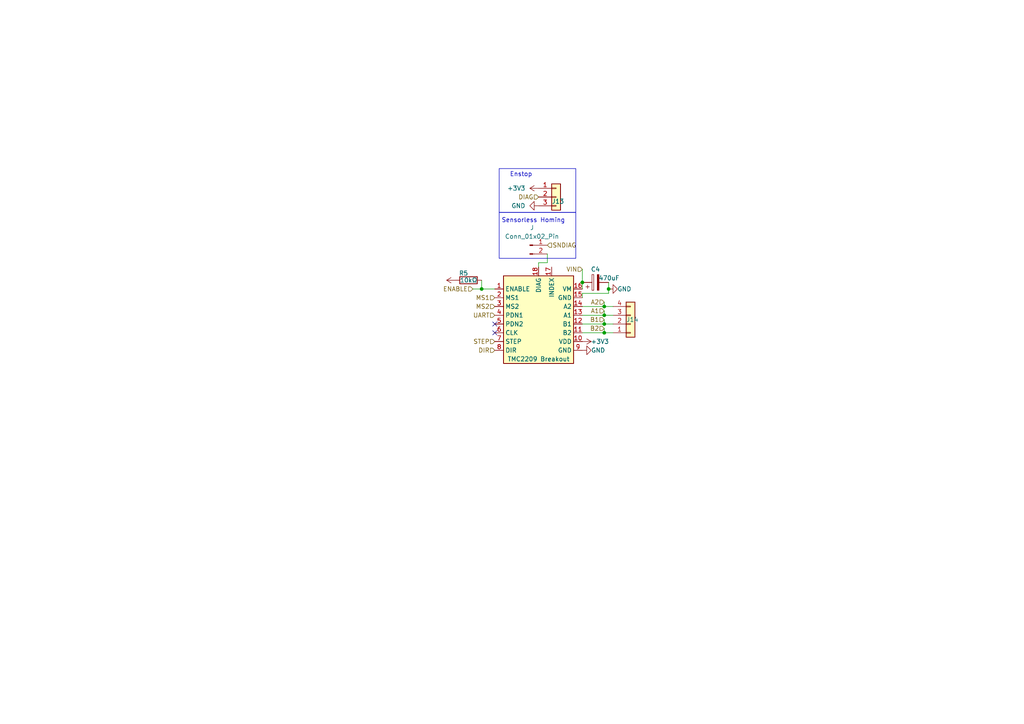
<source format=kicad_sch>
(kicad_sch (version 20250114) (generator "eeschema") (generator_version "9.0")
  (paper "A4")
  (lib_symbols
    (symbol "Connector:Conn_01x02_Pin" (pin_names (offset 1.016) (hide yes))
      (property "Reference" "J" (at 0 2.54 0))
      (property "Value" "Conn_01x02_Pin" (at 0 -5.08 0))
      (symbol "Conn_01x02_Pin_1_1"
        (rectangle (start 0.8636 0.127) (end 0 -0.127) (stroke (width 0.1524)) (fill (type outline)))
        (rectangle (start 0.8636 -2.413) (end 0 -2.667) (stroke (width 0.1524)) (fill (type outline)))
        (polyline (pts (xy 1.27 0) (xy 0.8636 0)) (stroke (width 0.1524)))
        (polyline (pts (xy 1.27 -2.54) (xy 0.8636 -2.54)) (stroke (width 0.1524)))
        (pin passive line (at 5.08 0 180) (length 3.81) (name "Pin_1") (number "1"))
        (pin passive line (at 5.08 -2.54 180) (length 3.81) (name "Pin_2") (number "2"))
      )
    )
    (symbol "Connector_Generic:Conn_01x03" (pin_names (offset 1.016) (hide yes))
      (property "Reference" "J" (at 0 5.08 0))
      (property "Value" "Conn_01x03" (at 0 -5.08 0))
      (symbol "Conn_01x03_1_1"
        (rectangle (start -1.27 3.81) (end 1.27 -3.81) (stroke (width 0.254)) (fill (type background)))
        (rectangle (start -1.27 2.667) (end 0 2.413) (stroke (width 0.1524)))
        (rectangle (start -1.27 0.127) (end 0 -0.127) (stroke (width 0.1524)))
        (rectangle (start -1.27 -2.413) (end 0 -2.667) (stroke (width 0.1524)))
        (pin passive line (at -5.08 2.54 0) (length 3.81) (name "Pin_1") (number "1"))
        (pin passive line (at -5.08 0 0) (length 3.81) (name "Pin_2") (number "2"))
        (pin passive line (at -5.08 -2.54 0) (length 3.81) (name "Pin_3") (number "3"))
      )
    )
    (symbol "Connector_Generic:Conn_01x04" (pin_names (offset 1.016) (hide yes))
      (property "Reference" "J" (at 0 5.08 0))
      (property "Value" "Conn_01x04" (at 0 -7.62 0))
      (symbol "Conn_01x04_1_1"
        (rectangle (start -1.27 3.81) (end 1.27 -6.35) (stroke (width 0.254)) (fill (type background)))
        (rectangle (start -1.27 2.667) (end 0 2.413) (stroke (width 0.1524)))
        (rectangle (start -1.27 0.127) (end 0 -0.127) (stroke (width 0.1524)))
        (rectangle (start -1.27 -2.413) (end 0 -2.667) (stroke (width 0.1524)))
        (rectangle (start -1.27 -4.953) (end 0 -5.207) (stroke (width 0.1524)))
        (pin passive line (at -5.08 2.54 0) (length 3.81) (name "Pin_1") (number "1"))
        (pin passive line (at -5.08 0 0) (length 3.81) (name "Pin_2") (number "2"))
        (pin passive line (at -5.08 -2.54 0) (length 3.81) (name "Pin_3") (number "3"))
        (pin passive line (at -5.08 -5.08 0) (length 3.81) (name "Pin_4") (number "4"))
      )
    )
    (symbol "CustomSymbols:TMC2209 StepStick Breakout"
      (property "Reference" "M" (at 1.27 -3.81 0))
      (property "Value" "TMC2209 Breakout" (at 11.43 -7.62 0))
      (symbol "TMC2209 StepStick Breakout_0_1"
        (rectangle (start -7.62 16.51) (end 12.7 -8.89) (stroke (width 0.254)) (fill (type background)))
      )
      (symbol "TMC2209 StepStick Breakout_1_1"
        (pin input line (at -10.16 12.7 0) (length 2.54) (name "ENABLE") (number "1"))
        (pin input line (at -10.16 10.16 0) (length 2.54) (name "MS1") (number "2"))
        (pin input line (at -10.16 7.62 0) (length 2.54) (name "MS2") (number "3"))
        (pin output line (at -10.16 5.08 0) (length 2.54) (name "PDN1") (number "4"))
        (pin output line (at -10.16 2.54 0) (length 2.54) (name "PDN2") (number "5"))
        (pin input line (at -10.16 0 0) (length 2.54) (name "CLK") (number "6"))
        (pin input line (at -10.16 -2.54 0) (length 2.54) (name "STEP") (number "7"))
        (pin input line (at -10.16 -5.08 0) (length 2.54) (name "DIR") (number "8"))
        (pin output line (at 2.54 19.05 270) (length 2.54) (name "DIAG") (number "18"))
        (pin input line (at 6.35 19.05 270) (length 2.54) (name "INDEX") (number "17"))
        (pin input line (at 15.24 12.7 180) (length 2.54) (name "VM") (number "16"))
        (pin input line (at 15.24 10.16 180) (length 2.54) (name "GND") (number "15"))
        (pin output line (at 15.24 7.62 180) (length 2.54) (name "A2") (number "14"))
        (pin output line (at 15.24 5.08 180) (length 2.54) (name "A1") (number "13"))
        (pin output line (at 15.24 2.54 180) (length 2.54) (name "B1") (number "12"))
        (pin output line (at 15.24 0 180) (length 2.54) (name "B2") (number "11"))
        (pin input line (at 15.24 -2.54 180) (length 2.54) (name "VDD") (number "10"))
        (pin input line (at 15.24 -5.08 180) (length 2.54) (name "GND") (number "9"))
      )
    )
    (symbol "Device:C_Polarized" (pin_numbers (hide yes)) (pin_names (offset 0.254))
      (property "Reference" "C" (at 0.635 2.54 0))
      (property "Value" "C_Polarized" (at 0.635 -2.54 0))
      (symbol "C_Polarized_0_1"
        (rectangle (start -2.286 0.508) (end 2.286 1.016))
        (polyline (pts (xy -1.778 2.286) (xy -0.762 2.286)))
        (polyline (pts (xy -1.27 2.794) (xy -1.27 1.778)))
        (rectangle (start 2.286 -0.508) (end -2.286 -1.016) (fill (type outline)))
      )
      (symbol "C_Polarized_1_1"
        (pin passive line (at 0 3.81 270) (length 2.794) (name "~") (number "1"))
        (pin passive line (at 0 -3.81 90) (length 2.794) (name "~") (number "2"))
      )
    )
    (symbol "Device:R" (pin_numbers (hide yes)) (pin_names (offset 0))
      (property "Reference" "R" (at 2.032 0 90))
      (property "Value" "R" (at 0 0 90))
      (symbol "R_0_1"
        (rectangle (start -1.016 -2.54) (end 1.016 2.54) (stroke (width 0.254)))
      )
      (symbol "R_1_1"
        (pin passive line (at 0 3.81 270) (length 1.27) (name "~") (number "1"))
        (pin passive line (at 0 -3.81 90) (length 1.27) (name "~") (number "2"))
      )
    )
    (symbol "power:+3V3" (power) (pin_names (offset 0))
      (property "Value" "+3V3" (at 0 3.556 0))
      (symbol "+3V3_0_1"
        (polyline (pts (xy -0.762 1.27) (xy 0 2.54)))
        (polyline (pts (xy 0 2.54) (xy 0.762 1.27)))
        (polyline (pts (xy 0 0) (xy 0 2.54)))
      )
      (symbol "+3V3_1_1"
        (pin power_in line (at 0 0 90) (length 0) (hide yes) (name "+3V3") (number "1"))
      )
    )
    (symbol "power:GND" (power) (pin_names (offset 0))
      (property "Value" "GND" (at 0 -3.81 0))
      (symbol "GND_0_1"
        (polyline (pts (xy 0 0) (xy 0 -1.27) (xy 1.27 -1.27) (xy 0 -2.54) (xy -1.27 -1.27) (xy 0 -1.27)))
      )
      (symbol "GND_1_1"
        (pin power_in line (at 0 0 270) (length 0) (hide yes) (name "GND") (number "1"))
      )
    )
  )
  (rectangle (start 144.78 48.895) (end 167.005 61.595))
  (rectangle (start 144.78 61.595) (end 167.005 74.93))
  (text "Sensorless Homing" (at 154.686 64.008 0) (effects (font (size 1.27 1.27))))
  (text "Enstop" (at 151.13 50.673 0) (effects (font (size 1.27 1.27))))
  (junction (at 176.53 83.82))
  (junction (at 168.91 81.915))
  (junction (at 175.26 93.98))
  (junction (at 175.26 96.52))
  (junction (at 175.26 91.44))
  (junction (at 175.26 88.9))
  (junction (at 139.7 83.82))
  (no_connect (at 143.51 93.98))
  (no_connect (at 143.51 96.52))
  (wire (pts (xy 137.16 83.82) (xy 139.7 83.82)))
  (wire (pts (xy 168.91 91.44) (xy 175.26 91.44)))
  (wire (pts (xy 175.26 93.98) (xy 177.8 93.98)))
  (wire (pts (xy 168.91 78.105) (xy 168.91 81.915)))
  (wire (pts (xy 175.26 87.63) (xy 175.26 88.9)))
  (wire (pts (xy 175.26 88.9) (xy 177.8 88.9)))
  (wire (pts (xy 158.75 73.66) (xy 158.75 76.2)))
  (wire (pts (xy 175.26 92.71) (xy 175.26 93.98)))
  (wire (pts (xy 168.91 81.915) (xy 168.91 83.82)))
  (wire (pts (xy 168.91 85.09) (xy 168.91 86.36)))
  (wire (pts (xy 176.53 81.915) (xy 176.53 83.82)))
  (wire (pts (xy 139.7 83.82) (xy 143.51 83.82)))
  (wire (pts (xy 156.21 76.2) (xy 156.21 77.47)))
  (wire (pts (xy 176.53 85.09) (xy 168.91 85.09)))
  (wire (pts (xy 175.26 91.44) (xy 177.8 91.44)))
  (wire (pts (xy 175.26 90.17) (xy 175.26 91.44)))
  (wire (pts (xy 175.26 96.52) (xy 177.8 96.52)))
  (wire (pts (xy 176.53 83.82) (xy 176.53 85.09)))
  (wire (pts (xy 139.7 81.28) (xy 139.7 83.82)))
  (wire (pts (xy 168.91 96.52) (xy 175.26 96.52)))
  (wire (pts (xy 175.26 95.25) (xy 175.26 96.52)))
  (wire (pts (xy 168.91 93.98) (xy 175.26 93.98)))
  (wire (pts (xy 168.91 88.9) (xy 175.26 88.9)))
  (wire (pts (xy 158.75 76.2) (xy 156.21 76.2)))
  (hierarchical_label "DIR" (shape input) (at 143.51 101.6 180))
  (hierarchical_label "DIAG" (shape input) (at 156.21 57.15 180))
  (hierarchical_label "STEP" (shape input) (at 143.51 99.06 180))
  (hierarchical_label "MS2" (shape input) (at 143.51 88.9 180))
  (hierarchical_label "ENABLE" (shape input) (at 137.16 83.82 180))
  (hierarchical_label "MS1" (shape input) (at 143.51 86.36 180))
  (hierarchical_label "UART" (shape input) (at 143.51 91.44 180))
  (hierarchical_label "A1" (shape input) (at 175.26 90.17 180))
  (hierarchical_label "B2" (shape input) (at 175.26 95.25 180))
  (hierarchical_label "B1" (shape input) (at 175.26 92.71 180))
  (hierarchical_label "A2" (shape input) (at 175.26 87.63 180))
  (hierarchical_label "VIN" (shape input) (at 168.91 78.105 180))
  (hierarchical_label "SNDIAG" (shape input) (at 158.75 71.12 0))
  (symbol (lib_id "Connector:Conn_01x02_Pin") (at 153.67 71.12 0) (unit 1)
    (property "Reference" "J" (at 154.305 66.04 0))
    (property "Value" "Conn_01x02_Pin" (at 154.305 68.58 0))
    (property "Footprint" "Connector_PinHeader_2.54mm:PinHeader_1x02_P2.54mm_Vertical" (effects (hide yes)))
    (property "Description" "Generic connector, single row, 01x02, script generated" (effects (hide yes)))
  )
  (symbol (lib_id "Connector_Generic:Conn_01x04") (at 182.88 93.98 0) (mirror x) (unit 1)
    (property "Reference" "J5" (at 181.61 92.71 0) (effects (justify left)))
    (property "Value" "Conn_01x04" (effects (hide yes)))
    (property "Footprint" "Connector_JST:JST_XH_B4B-XH-A_1x04_P2.50mm_Vertical" (effects (hide yes)))
    (instances (project "A1_MB" (path "" (reference "J14") (unit 1)) (path "" (reference "J5") (unit 1)) (path "" (reference "J8") (unit 1)) (path "" (reference "J11") (unit 1))))
  )
  (symbol (lib_id "Connector_Generic:Conn_01x03") (at 161.29 57.15 0) (unit 1)
    (property "Reference" "J4" (at 160.02 58.42 0) (effects (justify left)))
    (property "Value" "Conn_01x03" (effects (hide yes)))
    (property "Footprint" "Connector_JST:JST_XH_B3B-XH-AM_1x03_P2.50mm_Vertical" (effects (hide yes)))
    (instances (project "A1_MB" (path "" (reference "J13") (unit 1)) (path "" (reference "J4") (unit 1)) (path "" (reference "J7") (unit 1)) (path "" (reference "J10") (unit 1))))
  )
  (symbol (lib_id "Device:R") (at 135.89 81.28 270) (unit 1)
    (property "Reference" "R2" (at 133.096 79.248 90) (effects (justify left)))
    (property "Value" "10kΩ" (at 133.35 81.28 90) (effects (justify left)))
    (property "Footprint" "Resistor_THT:R_Axial_DIN0207_L6.3mm_D2.5mm_P10.16mm_Horizontal" (effects (hide yes)))
    (instances (project "A1_MB" (path "" (reference "R5") (unit 1)) (path "" (reference "R2") (unit 1)) (path "" (reference "R3") (unit 1)) (path "" (reference "R4") (unit 1))))
  )
  (symbol (lib_id "power:+3V3") (at 156.21 54.61 90) (mirror x) (unit 1)
    (property "Reference" "#PWR018" (effects (hide yes)))
    (property "Value" "+3V3" (at 152.4 54.61 90) (effects (justify left)))
    (instances (project "A1_MB" (path "" (reference "#PWR036") (unit 1)) (path "" (reference "#PWR018") (unit 1)) (path "" (reference "#PWR024") (unit 1)) (path "" (reference "#PWR030") (unit 1))))
  )
  (symbol (lib_id "power:GND") (at 168.91 101.6 90) (unit 1)
    (property "Reference" "#PWR021" (effects (hide yes)))
    (property "Value" "GND" (at 173.482 101.6 90))
    (instances (project "A1_MB" (path "" (reference "#PWR039") (unit 1)) (path "" (reference "#PWR021") (unit 1)) (path "" (reference "#PWR027") (unit 1)) (path "" (reference "#PWR033") (unit 1))))
  )
  (symbol (lib_id "power:GND") (at 176.53 83.82 90) (unit 1)
    (property "Reference" "#PWR040" (effects (hide yes)))
    (property "Value" "GND" (at 181.102 83.82 90))
    (instances (project "A1_MB" (path "" (reference "#PWR043") (unit 1)) (path "" (reference "#PWR040") (unit 1)) (path "" (reference "#PWR041") (unit 1)) (path "" (reference "#PWR042") (unit 1))))
  )
  (symbol (lib_id "Device:C_Polarized") (at 172.72 81.915 90) (unit 1)
    (property "Reference" "C1" (at 172.72 78.105 90))
    (property "Value" "470uF" (at 179.705 80.645 90) (effects (justify left)))
    (property "Footprint" "OpenA1K:Cap ~ 12.5, 2.5mm-7.5mm pitch" (effects (hide yes)))
    (instances (project "A1_MB" (path "" (reference "C4") (unit 1)) (path "" (reference "C1") (unit 1)) (path "" (reference "C2") (unit 1)) (path "" (reference "C3") (unit 1))))
  )
  (symbol (lib_id "CustomSymbols:TMC2209 StepStick Breakout") (at 153.67 96.52 0) (unit 1)
    (property "Reference" "M1" (effects (hide yes)))
    (property "Value" "TMC2209 Breakout" (at 156.21 104.14 0))
    (property "Footprint" "OpenA1K:TMC2209 Footprint" (effects (hide yes)))
    (instances (project "A1_MB" (path "" (reference "M4") (unit 1)) (path "" (reference "M1") (unit 1)) (path "" (reference "M2") (unit 1)) (path "" (reference "M3") (unit 1))))
  )
  (symbol (lib_id "power:+3V3") (at 168.91 99.06 270) (unit 1)
    (property "Reference" "#PWR020" (effects (hide yes)))
    (property "Value" "+3V3" (at 173.99 99.06 90))
    (instances (project "A1_MB" (path "" (reference "#PWR038") (unit 1)) (path "" (reference "#PWR020") (unit 1)) (path "" (reference "#PWR026") (unit 1)) (path "" (reference "#PWR032") (unit 1))))
  )
  (symbol (lib_id "power:+3V3") (at 132.08 81.28 90) (unit 1)
    (property "Reference" "#PWR017" (effects (hide yes)))
    (property "Value" "+3V3" (effects (hide yes)))
    (instances (project "A1_MB" (path "" (reference "#PWR035") (unit 1)) (path "" (reference "#PWR017") (unit 1)) (path "" (reference "#PWR023") (unit 1)) (path "" (reference "#PWR029") (unit 1))))
  )
  (symbol (lib_id "power:GND") (at 156.21 59.69 270) (mirror x) (unit 1)
    (property "Reference" "#PWR019" (effects (hide yes)))
    (property "Value" "GND" (at 152.4 59.69 90) (effects (justify right)))
    (instances (project "A1_MB" (path "" (reference "#PWR037") (unit 1)) (path "" (reference "#PWR019") (unit 1)) (path "" (reference "#PWR025") (unit 1)) (path "" (reference "#PWR031") (unit 1))))
  )
)
</source>
